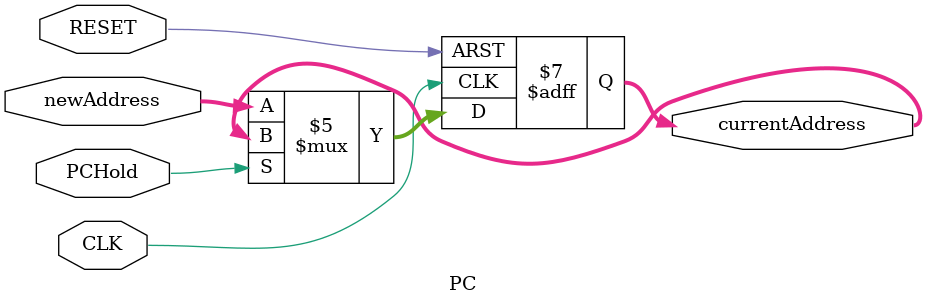
<source format=v>

module PC(
    input  CLK,     //时钟
    input  RESET,   //复位信号，低电平有效
    input PCHold,    //PC保持.如果为1，PC不更改;
    input  [31:0] newAddress,   //PC的新指令地址
    
    output reg [31:0] currentAddress    //当前指令地址
);

/*     initial begin
        currentAddress = 0;
    end */

    always @(posedge CLK or negedge RESET)
    begin
        if(!RESET) begin
            currentAddress <= 0;
        end
        else if(!PCHold)
            currentAddress <= newAddress;
        else
            currentAddress <= currentAddress;
    end

endmodule
</source>
